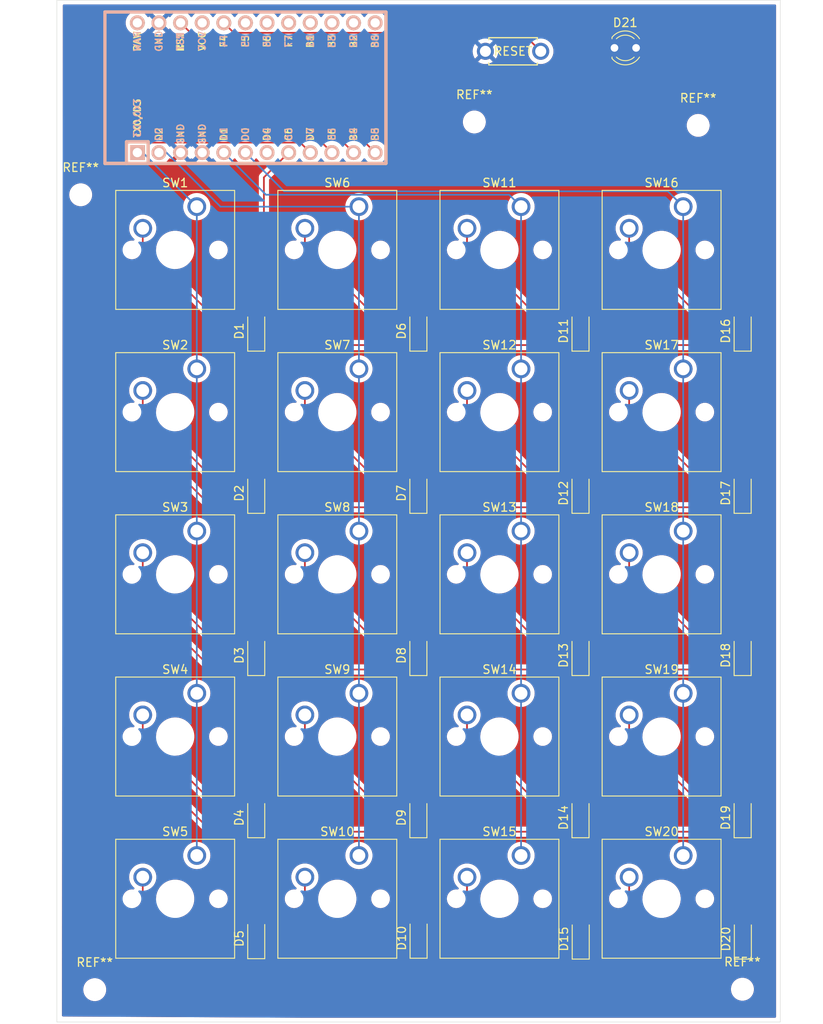
<source format=kicad_pcb>
(kicad_pcb (version 20241229) (generator "pcbnew") (generator_version "9.0")
  (layers (0 "F.Cu" signal) (2 "B.Cu" signal) (13 "F.Paste" user) (15 "B.Paste" user) (5 "F.SilkS" user "F.Silkscreen") (7 "B.SilkS" user "B.Silkscreen") (1 "F.Mask" user) (3 "B.Mask" user) (25 "Edge.Cuts" user))
  (net 0 "")
  (net 1 "GND")
  (net 2 "reset")
  (net 3 "led")
  (net 4 "row2")
  (net 6 "col2")
  (net 12 "col3")
  (net 13 "col0")
  (net 14 "col1")
  (net 15 "row0")
  (net 17 "row1")
  (net 18 "VCC")
  (net 19 "row4")
  (net 20 "row3")
  (net 23 "Net-(D4-A)")
  (net 24 "Net-(D5-A)")
  (net 25 "Net-(D6-A)")
  (net 26 "Net-(D7-A)")
  (net 27 "Net-(D8-A)")
  (net 28 "Net-(D9-A)")
  (net 29 "Net-(D10-A)")
  (net 30 "Net-(D11-A)")
  (net 31 "Net-(D12-A)")
  (net 32 "Net-(D13-A)")
  (net 33 "Net-(D14-A)")
  (net 34 "Net-(D15-A)")
  (net 35 "Net-(D16-A)")
  (net 36 "Net-(D17-A)")
  (net 37 "Net-(D18-A)")
  (net 38 "Net-(D19-A)")
  (net 39 "Net-(D20-A)")
  (net 40 "Net-(D3-A)")
  (net 41 "Net-(D1-A)")
  (net 42 "Net-(D2-A)")
  (footprint "MountingHole:MountingHole_2.2mm_M2" (layer "F.Cu") (at 111.35 51.65)
    (property "Reference" "REF**" (at 0 -3.2 0) (layer "F.SilkS"))
    (property "Value" "MountingHole_2.2mm_M2")
    (pad "" np_thru_hole circle (at 0 0) (size 2.2 2.2) (drill 2.2) (layers "*.Cu" "*.Mask"))
  )
  (footprint "Diode_SMD:D_SOD-123" (layer "F.Cu") (at 142.875 133.35 90)
    (property "Reference" "D19" (at 0 -2 90) (layer "F.SilkS"))
    (property "Value" "1N4148W")
    (pad "1" smd roundrect (at -1.65 0 90) (size 0.9 1.2) (layers "F.Cu" "F.Mask" "F.Paste") (net 20 "row3"))
    (pad "2" smd roundrect (at 1.65 0 90) (size 0.9 1.2) (layers "F.Cu" "F.Mask" "F.Paste") (net 38 "Net-(D19-A)"))
  )
  (footprint "Diode_SMD:D_SOD-123" (layer "F.Cu") (at 123.825 133.35 90)
    (property "Reference" "D14" (at 0 -2 90) (layer "F.SilkS"))
    (property "Value" "1N4148W")
    (pad "1" smd roundrect (at -1.65 0 90) (size 0.9 1.2) (layers "F.Cu" "F.Mask" "F.Paste") (net 20 "row3"))
    (pad "2" smd roundrect (at 1.65 0 90) (size 0.9 1.2) (layers "F.Cu" "F.Mask" "F.Paste") (net 33 "Net-(D14-A)"))
  )
  (footprint "Button_Switch_Keyboard:SW_Cherry_MX_1.00u_PCB" (layer "F.Cu") (at 97.79 99.695)
    (property "Reference" "SW8" (at -2.54 -2.794 0) (layer "F.SilkS"))
    (property "Value" "SW_PUSH")
    (pad "" np_thru_hole circle (at -7.62 5.08) (size 1.7 1.7) (drill 1.7) (layers "*.Cu" "*.Mask"))
    (pad "" np_thru_hole circle (at -2.54 5.08) (size 4 4) (drill 4) (layers "*.Cu" "*.Mask"))
    (pad "" np_thru_hole circle (at 2.54 5.08) (size 1.7 1.7) (drill 1.7) (layers "*.Cu" "*.Mask"))
    (pad "1" thru_hole circle (at 0 0) (size 2.2 2.2) (drill 1.5) (layers "*.Cu" "*.Mask") (net 14 "col1"))
    (pad "2" thru_hole circle (at -6.35 2.54) (size 2.2 2.2) (drill 1.5) (layers "*.Cu" "*.Mask") (net 27 "Net-(D8-A)"))
  )
  (footprint "Button_Switch_Keyboard:SW_Cherry_MX_1.00u_PCB" (layer "F.Cu") (at 116.84 80.645)
    (property "Reference" "SW12" (at -2.54 -2.794 0) (layer "F.SilkS"))
    (property "Value" "SW_PUSH")
    (pad "" np_thru_hole circle (at -7.62 5.08) (size 1.7 1.7) (drill 1.7) (layers "*.Cu" "*.Mask"))
    (pad "" np_thru_hole circle (at -2.54 5.08) (size 4 4) (drill 4) (layers "*.Cu" "*.Mask"))
    (pad "" np_thru_hole circle (at 2.54 5.08) (size 1.7 1.7) (drill 1.7) (layers "*.Cu" "*.Mask"))
    (pad "1" thru_hole circle (at 0 0) (size 2.2 2.2) (drill 1.5) (layers "*.Cu" "*.Mask") (net 6 "col2"))
    (pad "2" thru_hole circle (at -6.35 2.54) (size 2.2 2.2) (drill 1.5) (layers "*.Cu" "*.Mask") (net 31 "Net-(D12-A)"))
  )
  (footprint "Diode_SMD:D_SOD-123" (layer "F.Cu") (at 123.85 147.6 90)
    (property "Reference" "D15" (at 0 -2 90) (layer "F.SilkS"))
    (property "Value" "1N4148W")
    (pad "1" smd roundrect (at -1.65 0 90) (size 0.9 1.2) (layers "F.Cu" "F.Mask" "F.Paste") (net 19 "row4"))
    (pad "2" smd roundrect (at 1.65 0 90) (size 0.9 1.2) (layers "F.Cu" "F.Mask" "F.Paste") (net 34 "Net-(D15-A)"))
  )
  (footprint "Button_Switch_Keyboard:SW_Cherry_MX_1.00u_PCB" (layer "F.Cu") (at 78.74 99.695)
    (property "Reference" "SW3" (at -2.54 -2.794 0) (layer "F.SilkS"))
    (property "Value" "SW_PUSH")
    (pad "" np_thru_hole circle (at -7.62 5.08) (size 1.7 1.7) (drill 1.7) (layers "*.Cu" "*.Mask"))
    (pad "" np_thru_hole circle (at -2.54 5.08) (size 4 4) (drill 4) (layers "*.Cu" "*.Mask"))
    (pad "" np_thru_hole circle (at 2.54 5.08) (size 1.7 1.7) (drill 1.7) (layers "*.Cu" "*.Mask"))
    (pad "1" thru_hole circle (at 0 0) (size 2.2 2.2) (drill 1.5) (layers "*.Cu" "*.Mask") (net 13 "col0"))
    (pad "2" thru_hole circle (at -6.35 2.54) (size 2.2 2.2) (drill 1.5) (layers "*.Cu" "*.Mask") (net 40 "Net-(D3-A)"))
  )
  (footprint "MountingHole:MountingHole_2.2mm_M2" (layer "F.Cu") (at 142.85 153.5)
    (property "Reference" "REF**" (at 0 -3.2 0) (layer "F.SilkS"))
    (property "Value" "MountingHole_2.2mm_M2")
    (pad "" np_thru_hole circle (at 0 0) (size 2.2 2.2) (drill 2.2) (layers "*.Cu" "*.Mask"))
  )
  (footprint "Button_Switch_Keyboard:SW_Cherry_MX_1.00u_PCB" (layer "F.Cu") (at 78.74 61.595)
    (property "Reference" "SW1" (at -2.54 -2.794 0) (layer "F.SilkS"))
    (property "Value" "SW_PUSH")
    (pad "" np_thru_hole circle (at -7.62 5.08) (size 1.7 1.7) (drill 1.7) (layers "*.Cu" "*.Mask"))
    (pad "" np_thru_hole circle (at -2.54 5.08) (size 4 4) (drill 4) (layers "*.Cu" "*.Mask"))
    (pad "" np_thru_hole circle (at 2.54 5.08) (size 1.7 1.7) (drill 1.7) (layers "*.Cu" "*.Mask"))
    (pad "1" thru_hole circle (at 0 0) (size 2.2 2.2) (drill 1.5) (layers "*.Cu" "*.Mask") (net 13 "col0"))
    (pad "2" thru_hole circle (at -6.35 2.54) (size 2.2 2.2) (drill 1.5) (layers "*.Cu" "*.Mask") (net 41 "Net-(D1-A)"))
  )
  (footprint "Diode_SMD:D_SOD-123" (layer "F.Cu") (at 123.825 76.2 90)
    (property "Reference" "D11" (at 0 -2 90) (layer "F.SilkS"))
    (property "Value" "1N4148W")
    (pad "1" smd roundrect (at -1.65 0 90) (size 0.9 1.2) (layers "F.Cu" "F.Mask" "F.Paste") (net 15 "row0"))
    (pad "2" smd roundrect (at 1.65 0 90) (size 0.9 1.2) (layers "F.Cu" "F.Mask" "F.Paste") (net 30 "Net-(D11-A)"))
  )
  (footprint "Button_Switch_Keyboard:SW_Cherry_MX_1.00u_PCB" (layer "F.Cu") (at 135.89 118.745)
    (property "Reference" "SW19" (at -2.54 -2.794 0) (layer "F.SilkS"))
    (property "Value" "SW_PUSH")
    (pad "" np_thru_hole circle (at -7.62 5.08) (size 1.7 1.7) (drill 1.7) (layers "*.Cu" "*.Mask"))
    (pad "" np_thru_hole circle (at -2.54 5.08) (size 4 4) (drill 4) (layers "*.Cu" "*.Mask"))
    (pad "" np_thru_hole circle (at 2.54 5.08) (size 1.7 1.7) (drill 1.7) (layers "*.Cu" "*.Mask"))
    (pad "1" thru_hole circle (at 0 0) (size 2.2 2.2) (drill 1.5) (layers "*.Cu" "*.Mask") (net 12 "col3"))
    (pad "2" thru_hole circle (at -6.35 2.54) (size 2.2 2.2) (drill 1.5) (layers "*.Cu" "*.Mask") (net 38 "Net-(D19-A)"))
  )
  (footprint "Diode_SMD:D_SOD-123" (layer "F.Cu") (at 142.875 76.2 90)
    (property "Reference" "D16" (at 0 -2 90) (layer "F.SilkS"))
    (property "Value" "1N4148W")
    (pad "1" smd roundrect (at -1.65 0 90) (size 0.9 1.2) (layers "F.Cu" "F.Mask" "F.Paste") (net 15 "row0"))
    (pad "2" smd roundrect (at 1.65 0 90) (size 0.9 1.2) (layers "F.Cu" "F.Mask" "F.Paste") (net 35 "Net-(D16-A)"))
  )
  (footprint "Button_Switch_Keyboard:SW_Cherry_MX_1.00u_PCB" (layer "F.Cu") (at 135.89 61.595)
    (property "Reference" "SW16" (at -2.54 -2.794 0) (layer "F.SilkS"))
    (property "Value" "SW_PUSH")
    (pad "" np_thru_hole circle (at -7.62 5.08) (size 1.7 1.7) (drill 1.7) (layers "*.Cu" "*.Mask"))
    (pad "" np_thru_hole circle (at -2.54 5.08) (size 4 4) (drill 4) (layers "*.Cu" "*.Mask"))
    (pad "" np_thru_hole circle (at 2.54 5.08) (size 1.7 1.7) (drill 1.7) (layers "*.Cu" "*.Mask"))
    (pad "1" thru_hole circle (at 0 0) (size 2.2 2.2) (drill 1.5) (layers "*.Cu" "*.Mask") (net 12 "col3"))
    (pad "2" thru_hole circle (at -6.35 2.54) (size 2.2 2.2) (drill 1.5) (layers "*.Cu" "*.Mask") (net 35 "Net-(D16-A)"))
  )
  (footprint "Button_Switch_Keyboard:SW_Cherry_MX_1.00u_PCB" (layer "F.Cu") (at 78.74 137.795)
    (property "Reference" "SW5" (at -2.54 -2.794 0) (layer "F.SilkS"))
    (property "Value" "SW_PUSH")
    (pad "" np_thru_hole circle (at -7.62 5.08) (size 1.7 1.7) (drill 1.7) (layers "*.Cu" "*.Mask"))
    (pad "" np_thru_hole circle (at -2.54 5.08) (size 4 4) (drill 4) (layers "*.Cu" "*.Mask"))
    (pad "" np_thru_hole circle (at 2.54 5.08) (size 1.7 1.7) (drill 1.7) (layers "*.Cu" "*.Mask"))
    (pad "1" thru_hole circle (at 0 0) (size 2.2 2.2) (drill 1.5) (layers "*.Cu" "*.Mask") (net 13 "col0"))
    (pad "2" thru_hole circle (at -6.35 2.54) (size 2.2 2.2) (drill 1.5) (layers "*.Cu" "*.Mask") (net 24 "Net-(D5-A)"))
  )
  (footprint "Diode_SMD:D_SOD-123" (layer "F.Cu") (at 85.725 95.25 90)
    (property "Reference" "D2" (at 0 -2 90) (layer "F.SilkS"))
    (property "Value" "1N4148W")
    (pad "1" smd roundrect (at -1.65 0 90) (size 0.9 1.2) (layers "F.Cu" "F.Mask" "F.Paste") (net 17 "row1"))
    (pad "2" smd roundrect (at 1.65 0 90) (size 0.9 1.2) (layers "F.Cu" "F.Mask" "F.Paste") (net 42 "Net-(D2-A)"))
  )
  (footprint "Diode_SMD:D_SOD-123" (layer "F.Cu") (at 104.775 133.35 90)
    (property "Reference" "D9" (at 0 -2 90) (layer "F.SilkS"))
    (property "Value" "1N4148W")
    (pad "1" smd roundrect (at -1.65 0 90) (size 0.9 1.2) (layers "F.Cu" "F.Mask" "F.Paste") (net 20 "row3"))
    (pad "2" smd roundrect (at 1.65 0 90) (size 0.9 1.2) (layers "F.Cu" "F.Mask" "F.Paste") (net 28 "Net-(D9-A)"))
  )
  (footprint "Diode_SMD:D_SOD-123" (layer "F.Cu") (at 142.875 114.3 90)
    (property "Reference" "D18" (at 0 -2 90) (layer "F.SilkS"))
    (property "Value" "1N4148W")
    (pad "1" smd roundrect (at -1.65 0 90) (size 0.9 1.2) (layers "F.Cu" "F.Mask" "F.Paste") (net 4 "row2"))
    (pad "2" smd roundrect (at 1.65 0 90) (size 0.9 1.2) (layers "F.Cu" "F.Mask" "F.Paste") (net 37 "Net-(D18-A)"))
  )
  (footprint "MountingHole:MountingHole_2.2mm_M2" (layer "F.Cu") (at 66.75 153.55)
    (property "Reference" "REF**" (at 0 -3.2 0) (layer "F.SilkS"))
    (property "Value" "MountingHole_2.2mm_M2")
    (pad "" np_thru_hole circle (at 0 0) (size 2.2 2.2) (drill 2.2) (layers "*.Cu" "*.Mask"))
  )
  (footprint "Diode_SMD:D_SOD-123" (layer "F.Cu") (at 142.9 147.6 90)
    (property "Reference" "D20" (at 0 -2 90) (layer "F.SilkS"))
    (property "Value" "1N4148W")
    (pad "1" smd roundrect (at -1.65 0 90) (size 0.9 1.2) (layers "F.Cu" "F.Mask" "F.Paste") (net 19 "row4"))
    (pad "2" smd roundrect (at 1.65 0 90) (size 0.9 1.2) (layers "F.Cu" "F.Mask" "F.Paste") (net 39 "Net-(D20-A)"))
  )
  (footprint "Button_Switch_Keyboard:SW_Cherry_MX_1.00u_PCB" (layer "F.Cu") (at 97.79 137.795)
    (property "Reference" "SW10" (at -2.54 -2.794 0) (layer "F.SilkS"))
    (property "Value" "SW_PUSH")
    (pad "" np_thru_hole circle (at -7.62 5.08) (size 1.7 1.7) (drill 1.7) (layers "*.Cu" "*.Mask"))
    (pad "" np_thru_hole circle (at -2.54 5.08) (size 4 4) (drill 4) (layers "*.Cu" "*.Mask"))
    (pad "" np_thru_hole circle (at 2.54 5.08) (size 1.7 1.7) (drill 1.7) (layers "*.Cu" "*.Mask"))
    (pad "1" thru_hole circle (at 0 0) (size 2.2 2.2) (drill 1.5) (layers "*.Cu" "*.Mask") (net 14 "col1"))
    (pad "2" thru_hole circle (at -6.35 2.54) (size 2.2 2.2) (drill 1.5) (layers "*.Cu" "*.Mask") (net 29 "Net-(D10-A)"))
  )
  (footprint "Button_Switch_Keyboard:SW_Cherry_MX_1.00u_PCB" (layer "F.Cu") (at 116.84 61.595)
    (property "Reference" "SW11" (at -2.54 -2.794 0) (layer "F.SilkS"))
    (property "Value" "SW_PUSH")
    (pad "" np_thru_hole circle (at -7.62 5.08) (size 1.7 1.7) (drill 1.7) (layers "*.Cu" "*.Mask"))
    (pad "" np_thru_hole circle (at -2.54 5.08) (size 4 4) (drill 4) (layers "*.Cu" "*.Mask"))
    (pad "" np_thru_hole circle (at 2.54 5.08) (size 1.7 1.7) (drill 1.7) (layers "*.Cu" "*.Mask"))
    (pad "1" thru_hole circle (at 0 0) (size 2.2 2.2) (drill 1.5) (layers "*.Cu" "*.Mask") (net 6 "col2"))
    (pad "2" thru_hole circle (at -6.35 2.54) (size 2.2 2.2) (drill 1.5) (layers "*.Cu" "*.Mask") (net 30 "Net-(D11-A)"))
  )
  (footprint "Button_Switch_Keyboard:SW_Cherry_MX_1.00u_PCB" (layer "F.Cu") (at 116.84 137.795)
    (property "Reference" "SW15" (at -2.54 -2.794 0) (layer "F.SilkS"))
    (property "Value" "SW_PUSH")
    (pad "" np_thru_hole circle (at -7.62 5.08) (size 1.7 1.7) (drill 1.7) (layers "*.Cu" "*.Mask"))
    (pad "" np_thru_hole circle (at -2.54 5.08) (size 4 4) (drill 4) (layers "*.Cu" "*.Mask"))
    (pad "" np_thru_hole circle (at 2.54 5.08) (size 1.7 1.7) (drill 1.7) (layers "*.Cu" "*.Mask"))
    (pad "1" thru_hole circle (at 0 0) (size 2.2 2.2) (drill 1.5) (layers "*.Cu" "*.Mask") (net 6 "col2"))
    (pad "2" thru_hole circle (at -6.35 2.54) (size 2.2 2.2) (drill 1.5) (layers "*.Cu" "*.Mask") (net 34 "Net-(D15-A)"))
  )
  (footprint "Button_Switch_Keyboard:SW_Cherry_MX_1.00u_PCB" (layer "F.Cu") (at 116.84 118.745)
    (property "Reference" "SW14" (at -2.54 -2.794 0) (layer "F.SilkS"))
    (property "Value" "SW_PUSH")
    (pad "" np_thru_hole circle (at -7.62 5.08) (size 1.7 1.7) (drill 1.7) (layers "*.Cu" "*.Mask"))
    (pad "" np_thru_hole circle (at -2.54 5.08) (size 4 4) (drill 4) (layers "*.Cu" "*.Mask"))
    (pad "" np_thru_hole circle (at 2.54 5.08) (size 1.7 1.7) (drill 1.7) (layers "*.Cu" "*.Mask"))
    (pad "1" thru_hole circle (at 0 0) (size 2.2 2.2) (drill 1.5) (layers "*.Cu" "*.Mask") (net 6 "col2"))
    (pad "2" thru_hole circle (at -6.35 2.54) (size 2.2 2.2) (drill 1.5) (layers "*.Cu" "*.Mask") (net 33 "Net-(D14-A)"))
  )
  (footprint "Diode_SMD:D_SOD-123" (layer "F.Cu") (at 104.8 147.5 90)
    (property "Reference" "D10" (at 0 -2 90) (layer "F.SilkS"))
    (property "Value" "1N4148W")
    (pad "1" smd roundrect (at -1.65 0 90) (size 0.9 1.2) (layers "F.Cu" "F.Mask" "F.Paste") (net 19 "row4"))
    (pad "2" smd roundrect (at 1.65 0 90) (size 0.9 1.2) (layers "F.Cu" "F.Mask" "F.Paste") (net 29 "Net-(D10-A)"))
  )
  (footprint "Diode_SMD:D_SOD-123" (layer "F.Cu") (at 123.825 95.25 90)
    (property "Reference" "D12" (at 0 -2 90) (layer "F.SilkS"))
    (property "Value" "1N4148W")
    (pad "1" smd roundrect (at -1.65 0 90) (size 0.9 1.2) (layers "F.Cu" "F.Mask" "F.Paste") (net 17 "row1"))
    (pad "2" smd roundrect (at 1.65 0 90) (size 0.9 1.2) (layers "F.Cu" "F.Mask" "F.Paste") (net 31 "Net-(D12-A)"))
  )
  (footprint "Button_Switch_Keyboard:SW_Cherry_MX_1.00u_PCB" (layer "F.Cu") (at 135.89 80.645)
    (property "Reference" "SW17" (at -2.54 -2.794 0) (layer "F.SilkS"))
    (property "Value" "SW_PUSH")
    (pad "" np_thru_hole circle (at -7.62 5.08) (size 1.7 1.7) (drill 1.7) (layers "*.Cu" "*.Mask"))
    (pad "" np_thru_hole circle (at -2.54 5.08) (size 4 4) (drill 4) (layers "*.Cu" "*.Mask"))
    (pad "" np_thru_hole circle (at 2.54 5.08) (size 1.7 1.7) (drill 1.7) (layers "*.Cu" "*.Mask"))
    (pad "1" thru_hole circle (at 0 0) (size 2.2 2.2) (drill 1.5) (layers "*.Cu" "*.Mask") (net 12 "col3"))
    (pad "2" thru_hole circle (at -6.35 2.54) (size 2.2 2.2) (drill 1.5) (layers "*.Cu" "*.Mask") (net 36 "Net-(D17-A)"))
  )
  (footprint "Diode_SMD:D_SOD-123" (layer "F.Cu") (at 142.875 95.25 90)
    (property "Reference" "D17" (at 0 -2 90) (layer "F.SilkS"))
    (property "Value" "1N4148W")
    (pad "1" smd roundrect (at -1.65 0 90) (size 0.9 1.2) (layers "F.Cu" "F.Mask" "F.Paste") (net 17 "row1"))
    (pad "2" smd roundrect (at 1.65 0 90) (size 0.9 1.2) (layers "F.Cu" "F.Mask" "F.Paste") (net 36 "Net-(D17-A)"))
  )
  (footprint "Diode_SMD:D_SOD-123" (layer "F.Cu") (at 123.825 114.3 90)
    (property "Reference" "D13" (at 0 -2 90) (layer "F.SilkS"))
    (property "Value" "1N4148W")
    (pad "1" smd roundrect (at -1.65 0 90) (size 0.9 1.2) (layers "F.Cu" "F.Mask" "F.Paste") (net 4 "row2"))
    (pad "2" smd roundrect (at 1.65 0 90) (size 0.9 1.2) (layers "F.Cu" "F.Mask" "F.Paste") (net 32 "Net-(D13-A)"))
  )
  (footprint "Button_Switch_Keyboard:SW_Cherry_MX_1.00u_PCB" (layer "F.Cu") (at 78.74 80.645)
    (property "Reference" "SW2" (at -2.54 -2.794 0) (layer "F.SilkS"))
    (property "Value" "SW_PUSH")
    (pad "" np_thru_hole circle (at -7.62 5.08) (size 1.7 1.7) (drill 1.7) (layers "*.Cu" "*.Mask"))
    (pad "" np_thru_hole circle (at -2.54 5.08) (size 4 4) (drill 4) (layers "*.Cu" "*.Mask"))
    (pad "" np_thru_hole circle (at 2.54 5.08) (size 1.7 1.7) (drill 1.7) (layers "*.Cu" "*.Mask"))
    (pad "1" thru_hole circle (at 0 0) (size 2.2 2.2) (drill 1.5) (layers "*.Cu" "*.Mask") (net 13 "col0"))
    (pad "2" thru_hole circle (at -6.35 2.54) (size 2.2 2.2) (drill 1.5) (layers "*.Cu" "*.Mask") (net 42 "Net-(D2-A)"))
  )
  (footprint "Button_Switch_Keyboard:SW_Cherry_MX_1.00u_PCB" (layer "F.Cu") (at 135.89 99.695)
    (property "Reference" "SW18" (at -2.54 -2.794 0) (layer "F.SilkS"))
    (property "Value" "SW_PUSH")
    (pad "" np_thru_hole circle (at -7.62 5.08) (size 1.7 1.7) (drill 1.7) (layers "*.Cu" "*.Mask"))
    (pad "" np_thru_hole circle (at -2.54 5.08) (size 4 4) (drill 4) (layers "*.Cu" "*.Mask"))
    (pad "" np_thru_hole circle (at 2.54 5.08) (size 1.7 1.7) (drill 1.7) (layers "*.Cu" "*.Mask"))
    (pad "1" thru_hole circle (at 0 0) (size 2.2 2.2) (drill 1.5) (layers "*.Cu" "*.Mask") (net 12 "col3"))
    (pad "2" thru_hole circle (at -6.35 2.54) (size 2.2 2.2) (drill 1.5) (layers "*.Cu" "*.Mask") (net 37 "Net-(D18-A)"))
  )
  (footprint "myparts_rp2040:ArduinoProMicro" (layer "F.Cu") (at 85.725 47.625)
    (property "Reference" "U1" (hide yes))
    (property "Value" "ProMicro" (hide yes))
    (fp_text user "B1" (at 6.35 -5.461 90) (layer "F.SilkS") (effects (font (size 0.8 0.8))))
    (fp_text user "GND" (at -11.43 -5.461 90) (layer "F.SilkS") (effects (font (size 0.8 0.8))))
    (fp_text user "C6" (at 3.81 5.461 90) (layer "F.SilkS") (effects (font (size 0.8 0.8))))
    (fp_text user "F4" (at -3.81 -5.461 90) (layer "F.SilkS") (effects (font (size 0.8 0.8))))
    (fp_text user "ST" (at -8.92 -5.73312 90) (layer "F.SilkS") (effects (font (size 0.8 0.8))))
    (fp_text user "B2" (at 11.43 -5.461 90) (layer "F.SilkS") (effects (font (size 0.8 0.8))))
    (fp_text user "TX0/D3" (at -13.97 3.571872 90) (layer "F.SilkS") (effects (font (size 0.8 0.8))))
    (fp_text user "B6" (at 13.97 -5.461 90) (layer "F.SilkS") (effects (font (size 0.8 0.8))))
    (fp_text user "B4" (at 11.43 5.461 90) (layer "F.SilkS") (effects (font (size 0.8 0.8))))
    (fp_text user "RAW" (at -13.97 -5.461 90) (layer "F.SilkS") (effects (font (size 0.8 0.8))))
    (fp_text user "D0" (at -1.27 5.461 90) (layer "F.SilkS") (effects (font (size 0.8 0.8))))
    (fp_text user "VCC" (at -6.35 -5.461 90) (layer "F.SilkS") (effects (font (size 0.8 0.8))))
    (fp_text user "B3" (at 8.89 -5.461 90) (layer "F.SilkS") (effects (font (size 0.8 0.8))))
    (fp_text user "D4" (at 1.27 5.461 90) (layer "F.SilkS") (effects (font (size 0.8 0.8))))
    (fp_text user "D7" (at 6.35 5.461 90) (layer "F.SilkS") (effects (font (size 0.8 0.8))))
    (fp_text user "F7" (at 3.81 -5.461 90) (layer "F.SilkS") (effects (font (size 0.8 0.8))))
    (fp_text user "E6" (at 8.89 5.461 90) (layer "F.SilkS") (effects (font (size 0.8 0.8))))
    (fp_text user "D1" (at -3.81 5.461 90) (layer "F.SilkS") (effects (font (size 0.8 0.8))))
    (fp_text user "B5" (at 13.97 5.461 90) (layer "F.SilkS") (effects (font (size 0.8 0.8))))
    (fp_text user "D2" (at -11.43 5.461 90) (layer "F.SilkS") (effects (font (size 0.8 0.8))))
    (fp_text user "GND" (at -8.89 5.461 90) (layer "F.SilkS") (effects (font (size 0.8 0.8))))
    (fp_text user "GND" (at -6.35 5.461 90) (layer "F.SilkS") (effects (font (size 0.8 0.8))))
    (fp_text user "F6" (at 1.27 -5.461 90) (layer "F.SilkS") (effects (font (size 0.8 0.8))))
    (fp_text user "F5" (at -1.27 -5.461 90) (layer "F.SilkS") (effects (font (size 0.8 0.8))))
    (fp_text user "B5" (at 13.97 5.461 90) (layer "B.SilkS") (effects (font (size 0.8 0.8)) (justify mirror)))
    (fp_text user "B6" (at 13.97 -5.461 90) (layer "B.SilkS") (effects (font (size 0.8 0.8)) (justify mirror)))
    (fp_text user "D1" (at -3.81 5.461 90) (layer "B.SilkS") (effects (font (size 0.8 0.8)) (justify mirror)))
    (fp_text user "E6" (at 8.89 5.461 90) (layer "B.SilkS") (effects (font (size 0.8 0.8)) (justify mirror)))
    (fp_text user "GND" (at -11.43 -5.461 90) (layer "B.SilkS") (effects (font (size 0.8 0.8)) (justify mirror)))
    (fp_text user "D7" (at 6.35 5.461 90) (layer "B.SilkS") (effects (font (size 0.8 0.8)) (justify mirror)))
    (fp_text user "B2" (at 11.43 -5.461 90) (layer "B.SilkS") (effects (font (size 0.8 0.8)) (justify mirror)))
    (fp_text user "GND" (at -8.89 5.461 90) (layer "B.SilkS") (effects (font (size 0.8 0.8)) (justify mirror)))
    (fp_text user "F4" (at -3.81 -5.461 90) (layer "B.SilkS") (effects (font (size 0.8 0.8)) (justify mirror)))
    (fp_text user "ST" (at -8.91 -5.04 90) (layer "B.SilkS") (effects (font (size 0.8 0.8)) (justify mirror)))
    (fp_text user "D2" (at -11.43 5.461 90) (layer "B.SilkS") (effects (font (size 0.8 0.8)) (justify mirror)))
    (fp_text user "D0" (at -1.27 5.461 90) (layer "B.SilkS") (effects (font (size 0.8 0.8)) (justify mirror)))
    (fp_text user "B3" (at 8.89 -5.461 90) (layer "B.SilkS") (effects (font (size 0.8 0.8)) (justify mirror)))
    (fp_text user "C6" (at 3.81 5.461 90) (layer "B.SilkS") (effects (font (size 0.8 0.8)) (justify mirror)))
    (fp_text user "B1" (at 6.35 -5.461 90) (layer "B.SilkS") (effects (font (size 0.8 0.8)) (justify mirror)))
    (fp_text user "GND" (at -6.35 5.461 90) (layer "B.SilkS") (effects (font (size 0.8 0.8)) (justify mirror)))
    (fp_text user "F5" (at -1.27 -5.461 90) (layer "B.SilkS") (effects (font (size 0.8 0.8)) (justify mirror)))
    (fp_text user "RAW" (at -13.97 -5.461 90) (layer "B.SilkS") (effects (font (size 0.8 0.8)) (justify mirror)))
    (fp_text user "B4" (at 11.43 5.461 90) (layer "B.SilkS") (effects (font (size 0.8 0.8)) (justify mirror)))
    (fp_text user "F7" (at 3.81 -5.461 90) (layer "B.SilkS") (effects (font (size 0.8 0.8)) (justify mirror)))
    (fp_text user "F6" (at 1.27 -5.461 90) (layer "B.SilkS") (effects (font (size 0.8 0.8)) (justify mirror)))
    (fp_text user "VCC" (at -6.35 -5.461 90) (layer "B.SilkS") (effects (font (size 0.8 0.8)) (justify mirror)))
    (fp_text user "TX0/D3" (at -13.97 3.571872 90) (layer "B.SilkS") (effects (font (size 0.8 0.8)) (justify mirror)))
    (fp_text user "D4" (at 1.27 5.461 90) (layer "B.SilkS") (effects (font (size 0.8 0.8)) (justify mirror)))
    (pad "1" thru_hole rect (at -13.97 7.62) (size 1.7526 1.7526) (drill 1.0922) (layers "*.Cu" "*.SilkS" "*.Mask") (net 13 "col0"))
    (pad "2" thru_hole circle (at -11.43 7.62) (size 1.7526 1.7526) (drill 1.0922) (layers "*.Cu" "*.SilkS" "*.Mask") (net 14 "col1"))
    (pad "3" thru_hole circle (at -8.89 7.62) (size 1.7526 1.7526) (drill 1.0922) (layers "*.Cu" "*.SilkS" "*.Mask") (net 1 "GND"))
    (pad "4" thru_hole circle (at -6.35 7.62) (size 1.7526 1.7526) (drill 1.0922) (layers "*.Cu" "*.SilkS" "*.Mask") (net 1 "GND"))
    (pad "5" thru_hole circle (at -3.81 7.62) (size 1.7526 1.7526) (drill 1.0922) (layers "*.Cu" "*.SilkS" "*.Mask") (net 6 "col2"))
    (pad "6" thru_hole circle (at -1.27 7.62) (size 1.7526 1.7526) (drill 1.0922) (layers "*.Cu" "*.SilkS" "*.Mask") (net 12 "col3"))
    (pad "7" thru_hole circle (at 1.27 7.62) (size 1.7526 1.7526) (drill 1.0922) (layers "*.Cu" "*.SilkS" "*.Mask"))
    (pad "8" thru_hole circle (at 3.81 7.62) (size 1.7526 1.7526) (drill 1.0922) (layers "*.Cu" "*.SilkS" "*.Mask") (net 15 "row0"))
    (pad "9" thru_hole circle (at 6.35 7.62) (size 1.7526 1.7526) (drill 1.0922) (layers "*.Cu" "*.SilkS" "*.Mask") (net 17 "row1"))
    (pad "10" thru_hole circle (at 8.89 7.62) (size 1.7526 1.7526) (drill 1.0922) (layers "*.Cu" "*.SilkS" "*.Mask") (net 4 "row2"))
    (pad "11" thru_hole circle (at 11.43 7.62) (size 1.7526 1.7526) (drill 1.0922) (layers "*.Cu" "*.SilkS" "*.Mask") (net 20 "row3"))
    (pad "12" thru_hole circle (at 13.97 7.62) (size 1.7526 1.7526) (drill 1.0922) (layers "*.Cu" "*.SilkS" "*.Mask") (net 19 "row4"))
    (pad "13" thru_hole circle (at 13.97 -7.62) (size 1.7526 1.7526) (drill 1.0922) (layers "*.Cu" "*.SilkS" "*.Mask"))
    (pad "14" thru_hole circle (at 11.43 -7.62) (size 1.7526 1.7526) (drill 1.0922) (layers "*.Cu" "*.SilkS" "*.Mask"))
    (pad "15" thru_hole circle (at 8.89 -7.62) (size 1.7526 1.7526) (drill 1.0922) (layers "*.Cu" "*.SilkS" "*.Mask"))
    (pad "16" thru_hole circle (at 6.35 -7.62) (size 1.7526 1.7526) (drill 1.0922) (layers "*.Cu" "*.SilkS" "*.Mask"))
    (pad "17" thru_hole circle (at 3.81 -7.62) (size 1.7526 1.7526) (drill 1.0922) (layers "*.Cu" "*.SilkS" "*.Mask"))
    (pad "18" thru_hole circle (at 1.27 -7.62) (size 1.7526 1.7526) (drill 1.0922) (layers "*.Cu" "*.SilkS" "*.Mask"))
    (pad "19" thru_hole circle (at -1.27 -7.62) (size 1.7526 1.7526) (drill 1.0922) (layers "*.Cu" "*.SilkS" "*.Mask"))
    (pad "20" thru_hole circle (at -3.81 -7.62) (size 1.7526 1.7526) (drill 1.0922) (layers "*.Cu" "*.SilkS" "*.Mask") (net 3 "led"))
    (pad "21" thru_hole circle (at -6.35 -7.62) (size 1.7526 1.7526) (drill 1.0922) (layers "*.Cu" "*.SilkS" "*.Mask") (net 18 "VCC"))
    (pad "22" thru_hole circle (at -8.89 -7.62) (size 1.7526 1.7526) (drill 1.0922) (layers "*.Cu" "*.SilkS" "*.Mask") (net 2 "reset"))
    (pad "23" thru_hole circle (at -11.43 -7.62) (size 1.7526 1.7526) (drill 1.0922) (layers "*.Cu" "*.SilkS" "*.Mask") (net 1 "GND"))
    (pad "24" thru_hole circle (at -13.97 -7.62) (size 1.7526 1.7526) (drill 1.0922) (layers "*.Cu" "*.SilkS" "*.Mask"))
  )
  (footprint "Button_Switch_Keyboard:SW_Cherry_MX_1.00u_PCB" (layer "F.Cu") (at 135.89 137.795)
    (property "Reference" "SW20" (at -2.54 -2.794 0) (layer "F.SilkS"))
    (property "Value" "SW_PUSH")
    (pad "" np_thru_hole circle (at -7.62 5.08) (size 1.7 1.7) (drill 1.7) (layers "*.Cu" "*.Mask"))
    (pad "" np_thru_hole circle (at -2.54 5.08) (size 4 4) (drill 4) (layers "*.Cu" "*.Mask"))
    (pad "" np_thru_hole circle (at 2.54 5.08) (size 1.7 1.7) (drill 1.7) (layers "*.Cu" "*.Mask"))
    (pad "1" thru_hole circle (at 0 0) (size 2.2 2.2) (drill 1.5) (layers "*.Cu" "*.Mask") (net 12 "col3"))
    (pad "2" thru_hole circle (at -6.35 2.54) (size 2.2 2.2) (drill 1.5) (layers "*.Cu" "*.Mask") (net 39 "Net-(D20-A)"))
  )
  (footprint "Diode_SMD:D_SOD-123" (layer "F.Cu") (at 104.775 76.2 90)
    (property "Reference" "D6" (at 0 -2 90) (layer "F.SilkS"))
    (property "Value" "1N4148W")
    (pad "1" smd roundrect (at -1.65 0 90) (size 0.9 1.2) (layers "F.Cu" "F.Mask" "F.Paste") (net 15 "row0"))
    (pad "2" smd roundrect (at 1.65 0 90) (size 0.9 1.2) (layers "F.Cu" "F.Mask" "F.Paste") (net 25 "Net-(D6-A)"))
  )
  (footprint "MountingHole:MountingHole_2.2mm_M2" (layer "F.Cu") (at 137.65 52.05)
    (property "Reference" "REF**" (at 0 -3.2 0) (layer "F.SilkS"))
    (property "Value" "MountingHole_2.2mm_M2")
    (pad "" np_thru_hole circle (at 0 0) (size 2.2 2.2) (drill 2.2) (layers "*.Cu" "*.Mask"))
  )
  (footprint "LED_THT:LED_D3.0mm" (layer "F.Cu") (at 127.815 42.95)
    (property "Reference" "D21" (at 1.27 -2.96 0) (layer "F.SilkS"))
    (property "Value" "LED")
    (pad "1" thru_hole rect (at 0 0) (size 1.8 1.8) (drill 0.9) (layers "*.Cu" "*.Mask") (net 1 "GND"))
    (pad "2" thru_hole circle (at 2.54 0) (size 1.8 1.8) (drill 0.9) (layers "*.Cu" "*.Mask") (net 3 "led"))
  )
  (footprint "Diode_SMD:D_SOD-123" (layer "F.Cu") (at 85.725 147.55 90)
    (property "Reference" "D5" (at 0 -2 90) (layer "F.SilkS"))
    (property "Value" "1N4148W")
    (pad "1" smd roundrect (at -1.65 0 90) (size 0.9 1.2) (layers "F.Cu" "F.Mask" "F.Paste") (net 19 "row4"))
    (pad "2" smd roundrect (at 1.65 0 90) (size 0.9 1.2) (layers "F.Cu" "F.Mask" "F.Paste") (net 24 "Net-(D5-A)"))
  )
  (footprint "Diode_SMD:D_SOD-123" (layer "F.Cu") (at 104.775 95.25 90)
    (property "Reference" "D7" (at 0 -2 90) (layer "F.SilkS"))
    (property "Value" "1N4148W")
    (pad "1" smd roundrect (at -1.65 0 90) (size 0.9 1.2) (layers "F.Cu" "F.Mask" "F.Paste") (net 17 "row1"))
    (pad "2" smd roundrect (at 1.65 0 90) (size 0.9 1.2) (layers "F.Cu" "F.Mask" "F.Paste") (net 26 "Net-(D7-A)"))
  )
  (footprint "Button_Switch_Keyboard:SW_Cherry_MX_1.00u_PCB" (layer "F.Cu") (at 97.79 118.745)
    (property "Reference" "SW9" (at -2.54 -2.794 0) (layer "F.SilkS"))
    (property "Value" "SW_PUSH")
    (pad "" np_thru_hole circle (at -7.62 5.08) (size 1.7 1.7) (drill 1.7) (layers "*.Cu" "*.Mask"))
    (pad "" np_thru_hole circle (at -2.54 5.08) (size 4 4) (drill 4) (layers "*.Cu" "*.Mask"))
    (pad "" np_thru_hole circle (at 2.54 5.08) (size 1.7 1.7) (drill 1.7) (layers "*.Cu" "*.Mask"))
    (pad "1" thru_hole circle (at 0 0) (size 2.2 2.2) (drill 1.5) (layers "*.Cu" "*.Mask") (net 14 "col1"))
    (pad "2" thru_hole circle (at -6.35 2.54) (size 2.2 2.2) (drill 1.5) (layers "*.Cu" "*.Mask") (net 28 "Net-(D9-A)"))
  )
  (footprint "Button_Switch_Keyboard:SW_Cherry_MX_1.00u_PCB" (layer "F.Cu") (at 97.79 61.595)
    (property "Reference" "SW6" (at -2.54 -2.794 0) (layer "F.SilkS"))
    (property "Value" "SW_PUSH")
    (pad "" np_thru_hole circle (at -7.62 5.08) (size 1.7 1.7) (drill 1.7) (layers "*.Cu" "*.Mask"))
    (pad "" np_thru_hole circle (at -2.54 5.08) (size 4 4) (drill 4) (layers "*.Cu" "*.Mask"))
    (pad "" np_thru_hole circle (at 2.54 5.08) (size 1.7 1.7) (drill 1.7) (layers "*.Cu" "*.Mask"))
    (pad "1" thru_hole circle (at 0 0) (size 2.2 2.2) (drill 1.5) (layers "*.Cu" "*.Mask") (net 14 "col1"))
    (pad "2" thru_hole circle (at -6.35 2.54) (size 2.2 2.2) (drill 1.5) (layers "*.Cu" "*.Mask") (net 25 "Net-(D6-A)"))
  )
  (footprint "Button_Switch_Keyboard:SW_Cherry_MX_1.00u_PCB" (layer "F.Cu") (at 97.79 80.645)
    (property "Reference" "SW7" (at -2.54 -2.794 0) (layer "F.SilkS"))
    (property "Value" "SW_PUSH")
    (pad "" np_thru_hole circle (at -7.62 5.08) (size 1.7 1.7) (drill 1.7) (layers "*.Cu" "*.Mask"))
    (pad "" np_thru_hole circle (at -2.54 5.08) (size 4 4) (drill 4) (layers "*.Cu" "*.Mask"))
    (pad "" np_thru_hole circle (at 2.54 5.08) (size 1.7 1.7) (drill 1.7) (layers "*.Cu" "*.Mask"))
    (pad "1" thru_hole circle (at 0 0) (size 2.2 2.2) (drill 1.5) (layers "*.Cu" "*.Mask") (net 14 "col1"))
    (pad "2" thru_hole circle (at -6.35 2.54) (size 2.2 2.2) (drill 1.5) (layers "*.Cu" "*.Mask") (net 26 "Net-(D7-A)"))
  )
  (footprint "MountingHole:MountingHole_2.2mm_M2" (layer "F.Cu") (at 65.1 60.2)
    (property "Reference" "REF**" (at 0 -3.2 0) (layer "F.SilkS"))
    (property "Value" "MountingHole_2.2mm_M2")
    (pad "" np_thru_hole circle (at 0 0) (size 2.2 2.2) (drill 2.2) (layers "*.Cu" "*.Mask"))
  )
  (footprint "Button_Switch_Keyboard:SW_Cherry_MX_1.00u_PCB" (layer "F.Cu") (at 78.74 118.745)
    (property "Reference" "SW4" (at -2.54 -2.794 0) (layer "F.SilkS"))
    (property "Value" "SW_PUSH")
    (pad "" np_thru_hole circle (at -7.62 5.08) (size 1.7 1.7) (drill 1.7) (layers "*.Cu" "*.Mask"))
    (pad "" np_thru_hole circle (at -2.54 5.08) (size 4 4) (drill 4) (layers "*.Cu" "*.Mask"))
    (pad "" np_thru_hole circle (at 2.54 5.08) (size 1.7 1.7) (drill 1.7) (layers "*.Cu" "*.Mask"))
    (pad "1" thru_hole circle (at 0 0) (size 2.2 2.2) (drill 1.5) (layers "*.Cu" "*.Mask") (net 13 "col0"))
    (pad "2" thru_hole circle (at -6.35 2.54) (size 2.2 2.2) (drill 1.5) (layers "*.Cu" "*.Mask") (net 23 "Net-(D4-A)"))
  )
  (footprint "Button_Switch_Keyboard:SW_Cherry_MX_1.00u_PCB" (layer "F.Cu") (at 116.84 99.695)
    (property "Reference" "SW13" (at -2.54 -2.794 0) (layer "F.SilkS"))
    (property "Value" "SW_PUSH")
    (pad "" np_thru_hole circle (at -7.62 5.08) (size 1.7 1.7) (drill 1.7) (layers "*.Cu" "*.Mask"))
    (pad "" np_thru_hole circle (at -2.54 5.08) (size 4 4) (drill 4) (layers "*.Cu" "*.Mask"))
    (pad "" np_thru_hole circle (at 2.54 5.08) (size 1.7 1.7) (drill 1.7) (layers "*.Cu" "*.Mask"))
    (pad "1" thru_hole circle (at 0 0) (size 2.2 2.2) (drill 1.5) (layers "*.Cu" "*.Mask") (net 6 "col2"))
    (pad "2" thru_hole circle (at -6.35 2.54) (size 2.2 2.2) (drill 1.5) (layers "*.Cu" "*.Mask") (net 32 "Net-(D13-A)"))
  )
  (footprint "Diode_SMD:D_SOD-123" (layer "F.Cu") (at 85.725 133.35 90)
    (property "Reference" "D4" (at 0 -2 90) (layer "F.SilkS"))
    (property "Value" "1N4148W")
    (pad "1" smd roundrect (at -1.65 0 90) (size 0.9 1.2) (layers "F.Cu" "F.Mask" "F.Paste") (net 20 "row3"))
    (pad "2" smd roundrect (at 1.65 0 90) (size 0.9 1.2) (layers "F.Cu" "F.Mask" "F.Paste") (net 23 "Net-(D4-A)"))
  )
  (footprint "Diode_SMD:D_SOD-123" (layer "F.Cu") (at 85.725 76.2 90)
    (property "Reference" "D1" (at 0 -2 90) (layer "F.SilkS"))
    (property "Value" "1N4148W")
    (pad "1" smd roundrect (at -1.65 0 90) (size 0.9 1.2) (layers "F.Cu" "F.Mask" "F.Paste") (net 15 "row0"))
    (pad "2" smd roundrect (at 1.65 0 90) (size 0.9 1.2) (layers "F.Cu" "F.Mask" "F.Paste") (net 41 "Net-(D1-A)"))
  )
  (footprint "Diode_SMD:D_SOD-123" (layer "F.Cu") (at 104.775 114.3 90)
    (property "Reference" "D8" (at 0 -2 90) (layer "F.SilkS"))
    (property "Value" "1N4148W")
    (pad "1" smd roundrect (at -1.65 0 90) (size 0.9 1.2) (layers "F.Cu" "F.Mask" "F.Paste") (net 4 "row2"))
    (pad "2" smd roundrect (at 1.65 0 90) (size 0.9 1.2) (layers "F.Cu" "F.Mask" "F.Paste") (net 27 "Net-(D8-A)"))
  )
  (footprint "Diode_SMD:D_SOD-123" (layer "F.Cu") (at 85.725 114.3 90)
    (property "Reference" "D3" (at 0 -2 90) (layer "F.SilkS"))
    (property "Value" "1N4148W")
    (pad "1" smd roundrect (at -1.65 0 90) (size 0.9 1.2) (layers "F.Cu" "F.Mask" "F.Paste") (net 4 "row2"))
    (pad "2" smd roundrect (at 1.65 0 90) (size 0.9 1.2) (layers "F.Cu" "F.Mask" "F.Paste") (net 40 "Net-(D3-A)"))
  )
  (footprint "kbd:ResetSW" (layer "F.Cu") (at 115.9 43.35)
    (property "Reference" "SW21" (hide yes))
    (property "Value" "SW_PUSH")
    (fp_text user "RESET" (at 0 0 0) (layer "F.SilkS"))
    (pad "1" thru_hole circle (at 3.25 0) (size 2 2) (drill 1.3) (layers "*.Cu" "B.Mask") (net 2 "reset"))
    (pad "2" thru_hole circle (at -3.25 0) (size 2 2) (drill 1.3) (layers "*.Cu" "B.Mask") (net 1 "GND"))
  )
  (gr_rect (start 62.3 37.35) (end 147.3 157.35) (stroke (width 0.05)) (fill no) (layer "Edge.Cuts"))
  (segment (start 117.3813 41.5813) (end 78.4113 41.5813) (width 0.2) (layer "F.Cu") (net 2))
  (segment (start 78.4113 41.5813) (end 76.835 40.005) (width 0.2) (layer "F.Cu") (net 2))
  (segment (start 119.15 43.35) (end 117.3813 41.5813) (width 0.2) (layer "F.Cu") (net 2))
  (segment (start 126.5313 41.1813) (end 128.3 42.95) (width 0.2) (layer "F.Cu") (net 3))
  (segment (start 81.915 40.005) (end 83.0913 41.1813) (width 0.2) (layer "F.Cu") (net 3))
  (segment (start 83.0913 41.1813) (end 126.5313 41.1813) (width 0.2) (layer "F.Cu") (net 3))
  (segment (start 69.45 104.802056) (end 80.597944 115.95) (width 0.2) (layer "F.Cu") (net 4))
  (segment (start 94.615 55.245) (end 93.0387 53.6687) (width 0.2) (layer "F.Cu") (net 4))
  (segment (start 104.775 115.95) (end 85.725 115.95) (width 0.2) (layer "F.Cu") (net 4))
  (segment (start 93.0387 53.6687) (end 70.515614 53.6687) (width 0.2) (layer "F.Cu") (net 4))
  (segment (start 142.875 115.95) (end 123.825 115.95) (width 0.2) (layer "F.Cu") (net 4))
  (segment (start 69.45 54.734314) (end 69.45 104.802056) (width 0.2) (layer "F.Cu") (net 4))
  (segment (start 70.515614 53.6687) (end 69.45 54.734314) (width 0.2) (layer "F.Cu") (net 4))
  (segment (start 123.825 115.95) (end 104.775 115.95) (width 0.2) (layer "F.Cu") (net 4))
  (segment (start 80.597944 115.95) (end 85.725 115.95) (width 0.2) (layer "F.Cu") (net 4))
  (segment (start 86.865 60.195) (end 81.915 55.245) (width 0.2) (layer "B.Cu") (net 6))
  (segment (start 116.84 118.745) (end 116.84 137.795) (width 0.2) (layer "B.Cu") (net 6))
  (segment (start 116.84 99.695) (end 116.84 118.745) (width 0.2) (layer "B.Cu") (net 6))
  (segment (start 116.84 80.645) (end 116.84 99.695) (width 0.2) (layer "B.Cu") (net 6))
  (segment (start 115.44 60.195) (end 86.865 60.195) (width 0.2) (layer "B.Cu") (net 6))
  (segment (start 116.84 61.595) (end 116.84 80.645) (width 0.2) (layer "B.Cu") (net 6))
  (segment (start 116.84 61.595) (end 115.44 60.195) (width 0.2) (layer "B.Cu") (net 6))
  (segment (start 134.09 59.795) (end 89.005 59.795) (width 0.2) (layer "B.Cu") (net 12))
  (segment (start 135.89 61.595) (end 134.09 59.795) (width 0.2) (layer "B.Cu") (net 12))
  (segment (start 135.89 118.745) (end 135.89 137.795) (width 0.2) (layer "B.Cu") (net 12))
  (segment (start 135.89 99.695) (end 135.89 118.745) (width 0.2) (layer "B.Cu") (net 12))
  (segment (start 135.89 61.595) (end 135.89 80.645) (width 0.2) (layer "B.Cu") (net 12))
  (segment (start 135.89 80.645) (end 135.89 99.695) (width 0.2) (layer "B.Cu") (net 12))
  (segment (start 89.005 59.795) (end 84.455 55.245) (width 0.2) (layer "B.Cu") (net 12))
  (segment (start 78.74 61.595) (end 72.39 55.245) (width 0.2) (layer "B.Cu") (net 13))
  (segment (start 78.74 61.595) (end 78.74 80.645) (width 0.2) (layer "B.Cu") (net 13))
  (segment (start 78.74 118.745) (end 78.74 137.795) (width 0.2) (layer "B.Cu") (net 13))
  (segment (start 78.74 80.645) (end 78.74 99.695) (width 0.2) (layer "B.Cu") (net 13))
  (segment (start 78.74 99.695) (end 78.74 118.745) (width 0.2) (layer "B.Cu") (net 13))
  (segment (start 72.39 55.245) (end 71.755 55.245) (width 0.2) (layer "B.Cu") (net 13))
  (segment (start 97.79 61.595) (end 81.52146 61.595) (width 0.2) (layer "B.Cu") (net 14))
  (segment (start 97.79 61.595) (end 97.79 80.645) (width 0.2) (layer "B.Cu") (net 14))
  (segment (start 97.79 118.745) (end 97.79 137.795) (width 0.2) (layer "B.Cu") (net 14))
  (segment (start 75.17146 55.245) (end 74.295 55.245) (width 0.2) (layer "B.Cu") (net 14))
  (segment (start 97.79 80.645) (end 97.79 99.695) (width 0.2) (layer "B.Cu") (net 14))
  (segment (start 81.52146 61.595) (end 75.17146 55.245) (width 0.2) (layer "B.Cu") (net 14))
  (segment (start 97.79 99.695) (end 97.79 118.745) (width 0.2) (layer "B.Cu") (net 14))
  (segment (start 86.625 76.95) (end 85.725 77.85) (width 0.2) (layer "F.Cu") (net 15))
  (segment (start 104.775 77.85) (end 85.725 77.85) (width 0.2) (layer "F.Cu") (net 15))
  (segment (start 123.825 77.85) (end 104.775 77.85) (width 0.2) (layer "F.Cu") (net 15))
  (segment (start 89.535 55.245) (end 86.625 58.155) (width 0.2) (layer "F.Cu") (net 15))
  (segment (start 86.625 58.155) (end 86.625 76.95) (width 0.2) (layer "F.Cu") (net 15))
  (segment (start 142.875 77.85) (end 123.825 77.85) (width 0.2) (layer "F.Cu") (net 15))
  (segment (start 80.55 96.9) (end 85.725 96.9) (width 0.2) (layer "F.Cu") (net 17))
  (segment (start 90.8987 54.0687) (end 70.6813 54.0687) (width 0.2) (layer "F.Cu") (net 17))
  (segment (start 69.85 86.2) (end 80.55 96.9) (width 0.2) (layer "F.Cu") (net 17))
  (segment (start 92.075 55.245) (end 90.8987 54.0687) (width 0.2) (layer "F.Cu") (net 17))
  (segment (start 123.825 96.9) (end 104.775 96.9) (width 0.2) (layer "F.Cu") (net 17))
  (segment (start 142.875 96.9) (end 123.825 96.9) (width 0.2) (layer "F.Cu") (net 17))
  (segment (start 104.775 96.9) (end 85.725 96.9) (width 0.2) (layer "F.Cu") (net 17))
  (segment (start 69.85 54.9) (end 69.85 86.2) (width 0.2) (layer "F.Cu") (net 17))
  (segment (start 70.6813 54.0687) (end 69.85 54.9) (width 0.2) (layer "F.Cu") (net 17))
  (segment (start 68.25 141.702056) (end 75.747944 149.2) (width 0.2) (layer "F.Cu") (net 19))
  (segment (start 142.9 149.25) (end 123.85 149.25) (width 0.2) (layer "F.Cu") (net 19))
  (segment (start 85.775 149.15) (end 85.725 149.2) (width 0.2) (layer "F.Cu") (net 19))
  (segment (start 75.747944 149.2) (end 85.725 149.2) (width 0.2) (layer "F.Cu") (net 19))
  (segment (start 70.184242 52.8687) (end 68.25 54.802942) (width 0.2) (layer "F.Cu") (net 19))
  (segment (start 123.85 149.25) (end 104.9 149.25) (width 0.2) (layer "F.Cu") (net 19))
  (segment (start 68.25 54.802942) (end 68.25 141.702056) (width 0.2) (layer "F.Cu") (net 19))
  (segment (start 104.8 149.15) (end 85.775 149.15) (width 0.2) (layer "F.Cu") (net 19))
  (segment (start 99.695 55.245) (end 97.3187 52.8687) (width 0.2) (layer "F.Cu") (net 19))
  (segment (start 97.3187 52.8687) (end 70.184242 52.8687) (width 0.2) (layer "F.Cu") (net 19))
  (segment (start 104.9 149.25) (end 104.8 149.15) (width 0.2) (layer "F.Cu") (net 19))
  (segment (start 69 54.618628) (end 69 123.5) (width 0.2) (layer "F.Cu") (net 20))
  (segment (start 69 123.5) (end 80.5 135) (width 0.2) (layer "F.Cu") (net 20))
  (segment (start 95.1787 53.2687) (end 70.349928 53.2687) (width 0.2) (layer "F.Cu") (net 20))
  (segment (start 123.825 135) (end 104.775 135) (width 0.2) (layer "F.Cu") (net 20))
  (segment (start 70.349928 53.2687) (end 69 54.618628) (width 0.2) (layer "F.Cu") (net 20))
  (segment (start 142.875 135) (end 123.825 135) (width 0.2) (layer "F.Cu") (net 20))
  (segment (start 97.155 55.245) (end 95.1787 53.2687) (width 0.2) (layer "F.Cu") (net 20))
  (segment (start 104.775 135) (end 85.725 135) (width 0.2) (layer "F.Cu") (net 20))
  (segment (start 80.5 135) (end 85.725 135) (width 0.2) (layer "F.Cu") (net 20))
  (segment (start 72.39 123.338402) (end 80.751598 131.7) (width 0.2) (layer "F.Cu") (net 23))
  (segment (start 72.39 121.285) (end 72.39 123.338402) (width 0.2) (layer "F.Cu") (net 23))
  (segment (start 80.751598 131.7) (end 85.725 131.7) (width 0.2) (layer "F.Cu") (net 23))
  (segment (start 72.39 140.335) (end 72.39 142.388402) (width 0.2) (layer "F.Cu") (net 24))
  (segment (start 75.901598 145.9) (end 85.725 145.9) (width 0.2) (layer "F.Cu") (net 24))
  (segment (start 72.39 142.388402) (end 75.901598 145.9) (width 0.2) (layer "F.Cu") (net 24))
  (segment (start 91.44 64.135) (end 91.44 66.188402) (width 0.2) (layer "F.Cu") (net 25))
  (segment (start 99.801598 74.55) (end 104.775 74.55) (width 0.2) (layer "F.Cu") (net 25))
  (segment (start 91.44 66.188402) (end 99.801598 74.55) (width 0.2) (layer "F.Cu") (net 25))
  (segment (start 99.801598 93.6) (end 104.775 93.6) (width 0.2) (layer "F.Cu") (net 26))
  (segment (start 91.44 85.238402) (end 99.801598 93.6) (width 0.2) (layer "F.Cu") (net 26))
  (segment (start 91.44 83.185) (end 91.44 85.238402) (width 0.2) (layer "F.Cu") (net 26))
  (segment (start 99.801598 112.65) (end 104.775 112.65) (width 0.2) (layer "F.Cu") (net 27))
  (segment (start 91.44 104.288402) (end 99.801598 112.65) (width 0.2) (layer "F.Cu") (net 27))
  (segment (start 91.44 102.235) (end 91.44 104.288402) (width 0.2) (layer "F.Cu") (net 27))
  (segment (start 99.801598 131.7) (end 104.775 131.7) (width 0.2) (layer "F.Cu") (net 28))
  (segment (start 91.44 123.338402) (end 99.801598 131.7) (width 0.2) (layer "F.Cu") (net 28))
  (segment (start 91.44 121.285) (end 91.44 123.338402) (width 0.2) (layer "F.Cu") (net 28))
  (segment (start 94.901598 145.85) (end 104.8 145.85) (width 0.2) (layer "F.Cu") (net 29))
  (segment (start 91.44 140.335) (end 91.44 142.388402) (width 0.2) (layer "F.Cu") (net 29))
  (segment (start 91.44 142.388402) (end 94.901598 145.85) (width 0.2) (layer "F.Cu") (net 29))
  (segment (start 110.49 66.188402) (end 118.851598 74.55) (width 0.2) (layer "F.Cu") (net 30))
  (segment (start 110.49 64.135) (end 110.49 66.188402) (width 0.2) (layer "F.Cu") (net 30))
  (segment (start 118.851598 74.55) (end 123.825 74.55) (width 0.2) (layer "F.Cu") (net 30))
  (segment (start 110.49 83.185) (end 110.49 85.238402) (width 0.2) (layer "F.Cu") (net 31))
  (segment (start 110.49 85.238402) (end 118.851598 93.6) (width 0.2) (layer "F.Cu") (net 31))
  (segment (start 118.851598 93.6) (end 123.825 93.6) (width 0.2) (layer "F.Cu") (net 31))
  (segment (start 118.851598 112.65) (end 123.825 112.65) (width 0.2) (layer "F.Cu") (net 32))
  (segment (start 110.49 104.288402) (end 118.851598 112.65) (width 0.2) (layer "F.Cu") (net 32))
  (segment (start 110.49 102.235) (end 110.49 104.288402) (width 0.2) (layer "F.Cu") (net 32))
  (segment (start 110.49 121.285) (end 110.49 123.338402) (width 0.2) (layer "F.Cu") (net 33))
  (segment (start 110.49 123.338402) (end 118.851598 131.7) (width 0.2) (layer "F.Cu") (net 33))
  (segment (start 118.851598 131.7) (end 123.825 131.7) (width 0.2) (layer "F.Cu") (net 33))
  (segment (start 110.49 142.388402) (end 114.051598 145.95) (width 0.2) (layer "F.Cu") (net 34))
  (segment (start 114.051598 145.95) (end 123.85 145.95) (width 0.2) (layer "F.Cu") (net 34))
  (segment (start 110.49 140.335) (end 110.49 142.388402) (width 0.2) (layer "F.Cu") (net 34))
  (segment (start 129.54 66.188402) (end 137.901598 74.55) (width 0.2) (layer "F.Cu") (net 35))
  (segment (start 129.54 64.135) (end 129.54 66.188402) (width 0.2) (layer "F.Cu") (net 35))
  (segment (start 137.901598 74.55) (end 142.875 74.55) (width 0.2) (layer "F.Cu") (net 35))
  (segment (start 129.54 85.238402) (end 137.901598 93.6) (width 0.2) (layer "F.Cu") (net 36))
  (segment (start 137.901598 93.6) (end 142.875 93.6) (width 0.2) (layer "F.Cu") (net 36))
  (segment (start 129.54 83.185) (end 129.54 85.238402) (width 0.2) (layer "F.Cu") (net 36))
  (segment (start 129.54 104.288402) (end 137.901598 112.65) (width 0.2) (layer "F.Cu") (net 37))
  (segment (start 129.54 102.235) (end 129.54 104.288402) (width 0.2) (layer "F.Cu") (net 37))
  (segment (start 137.901598 112.65) (end 142.875 112.65) (width 0.2) (layer "F.Cu") (net 37))
  (segment (start 137.901598 131.7) (end 142.875 131.7) (width 0.2) (layer "F.Cu") (net 38))
  (segment (start 129.54 121.285) (end 129.54 123.338402) (width 0.2) (layer "F.Cu") (net 38))
  (segment (start 129.54 123.338402) (end 137.901598 131.7) (width 0.2) (layer "F.Cu") (net 38))
  (segment (start 129.54 140.335) (end 129.54 142.388402) (width 0.2) (layer "F.Cu") (net 39))
  (segment (start 133.101598 145.95) (end 142.9 145.95) (width 0.2) (layer "F.Cu") (net 39))
  (segment (start 129.54 142.388402) (end 133.101598 145.95) (width 0.2) (layer "F.Cu") (net 39))
  (segment (start 80.751598 112.65) (end 85.725 112.65) (width 0.2) (layer "F.Cu") (net 40))
  (segment (start 72.39 102.235) (end 72.39 104.288402) (width 0.2) (layer "F.Cu") (net 40))
  (segment (start 72.39 104.288402) (end 80.751598 112.65) (width 0.2) (layer "F.Cu") (net 40))
  (segment (start 80.751598 74.55) (end 85.725 74.55) (width 0.2) (layer "F.Cu") (net 41))
  (segment (start 72.39 64.135) (end 72.39 66.188402) (width 0.2) (layer "F.Cu") (net 41))
  (segment (start 72.39 66.188402) (end 80.751598 74.55) (width 0.2) (layer "F.Cu") (net 41))
  (segment (start 72.39 83.185) (end 72.39 85.238402) (width 0.2) (layer "F.Cu") (net 42))
  (segment (start 72.39 85.238402) (end 80.751598 93.6) (width 0.2) (layer "F.Cu") (net 42))
  (segment (start 80.751598 93.6) (end 85.725 93.6) (width 0.2) (layer "F.Cu") (net 42))
  (zone (net 1) (net_name "GND") (layers "F.Cu" "B.Cu") (connect_pads (clearance 0.5)) (min_thickness 0.25) (fill yes (thermal_gap 0.5) (thermal_bridge_width 0.5))
    (polygon (pts (xy 63 37.85) (xy 62.9 156.7) (xy 147.85 157.15) (xy 147.15 37.5) (xy 147.05 37.55)))
  )
)
</source>
